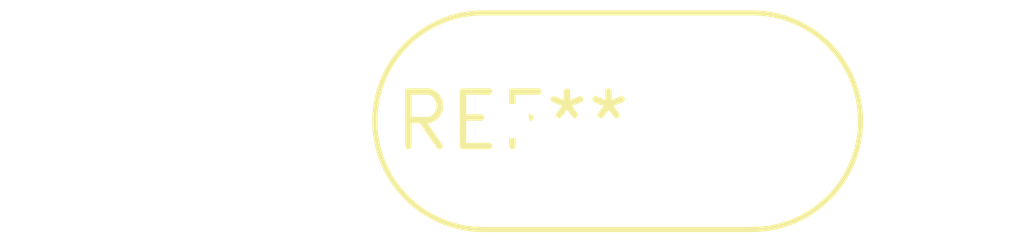
<source format=kicad_pcb>
(kicad_pcb (version 20240108) (generator pcbnew)
  (layers (0 "F.Cu" signal) (31 "B.Cu" signal) (34 "B.Paste" user) (35 "F.Paste" user) (36 "B.SilkS" user "B.Silkscreen") (37 "F.SilkS" user "F.Silkscreen") (38 "B.Mask" user) (39 "F.Mask" user) (44 "Edge.Cuts" user))
  (net 0 "")
  (footprint "Crystal_HC18-U_Vertical" (layer "F.Cu") (at 0 0)
    (property "Reference" "REF**")
    (property "Value" "Crystal_HC18-U_Vertical")
    (fp_line (start -0.675 -2.525) (end 5.575 -2.525) (layer "F.SilkS") (stroke (width 0.12)))
    (fp_line (start -0.675 2.525) (end 5.575 2.525) (layer "F.SilkS") (stroke (width 0.12)))
    (fp_arc (start -0.675 2.525) (mid -3.2 0) (end -0.675 -2.525) (layer "F.SilkS") (stroke (width 0.12)))
    (fp_arc (start 5.575 -2.525) (mid 8.1 0) (end 5.575 2.525) (layer "F.SilkS") (stroke (width 0.12)))
    (pad "1" thru_hole circle (at 0 0) (size 1.5 1.5) (drill 0.8) (layers *.Cu *.Mask) (remove_unused_layers))
    (pad "2" thru_hole circle (at 4.9 0) (size 1.5 1.5) (drill 0.8) (layers *.Cu *.Mask) (remove_unused_layers))
  )
)
</source>
